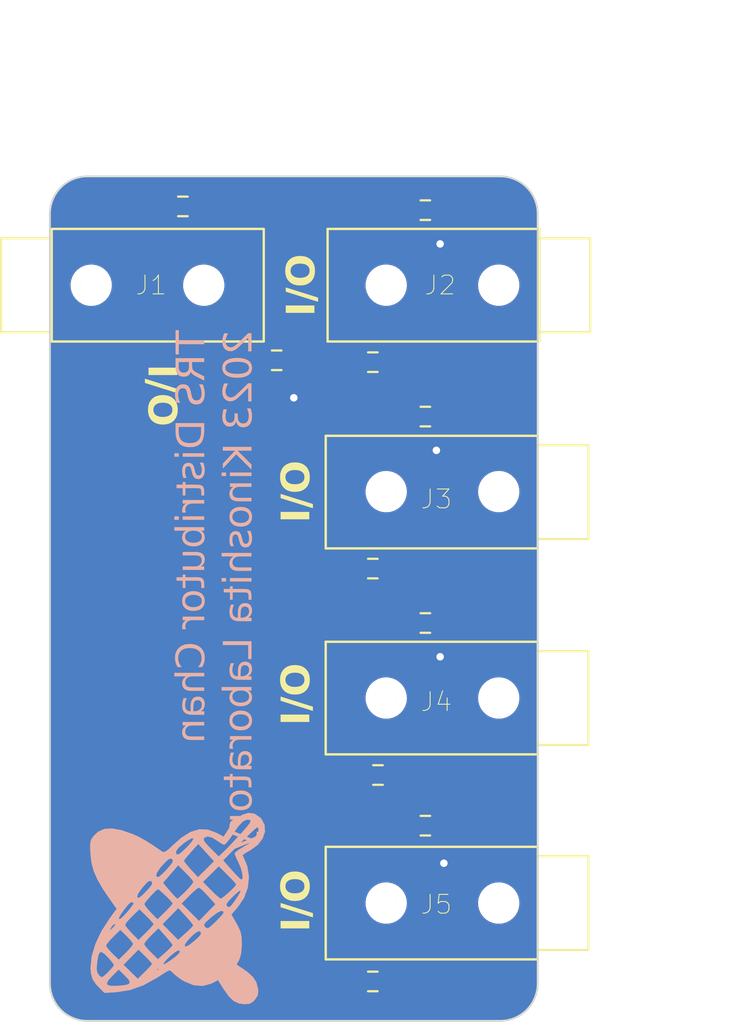
<source format=kicad_pcb>
(kicad_pcb (version 20221018) (generator pcbnew)
  (title_block (title "TRS Distributor Chan") (date "2024-01-23") (rev "20240123") (company "Kinoshtia Laboratory") (comment 1 "Drawn by: Kaz Saita"))
  (layers (0 "F.Cu" signal) (31 "B.Cu" signal) (34 "B.Paste" user) (35 "F.Paste" user) (36 "B.SilkS" user "B.Silkscreen") (37 "F.SilkS" user "F.Silkscreen") (38 "B.Mask" user) (39 "F.Mask" user) (44 "Edge.Cuts" user))
  (net 0 "")
  (net 1 "R")
  (net 2 "S")
  (net 3 "T")
  (net 4 "Net-(J1-PadR)")
  (net 5 "Net-(J1-PadT)")
  (net 6 "Net-(J2-PadR)")
  (net 7 "Net-(J2-PadT)")
  (net 8 "Net-(J3-PadR)")
  (net 9 "Net-(J3-PadT)")
  (net 10 "Net-(J4-PadR)")
  (net 11 "Net-(J4-PadT)")
  (net 12 "Net-(J5-PadR)")
  (net 13 "Net-(J5-PadT)")
  (footprint "Resistor_SMD:R_0603_1608Metric_Pad0.98x0.95mm_HandSolder" (layer "F.Cu") (at 47.0125 57.8 180)
    (fp_text reference "R7" hide)
    (fp_text value "100")
    (fp_line (start -0.254724 -0.5225) (end 0.254724 -0.5225) (stroke (width 0.12)) (layer "F.SilkS"))
    (fp_line (start -0.254724 0.5225) (end 0.254724 0.5225) (stroke (width 0.12)) (layer "F.SilkS"))
    (pad "1" smd roundrect (at -0.9125 0 180) (size 0.975 0.95) (layers "F.Cu" "F.Paste" "F.Mask") (net 3 "T"))
    (pad "2" smd roundrect (at 0.9125 0 180) (size 0.975 0.95) (layers "F.Cu" "F.Paste" "F.Mask") (net 11 "Net-(J4-PadT)"))
  )
  (footprint "trs-distributor-chan:AudioJack_3.5mm_TRS_SMD_C18594" (layer "F.Cu") (at 44.00175 39.8 180)
    (fp_text reference "J2" (at -3.79825 0 180) (layer "F.SilkS") (effects (font (size 1.00183 1.00183) (thickness 0.05))))
    (fp_text value "AudioJack3" hide)
    (fp_line (start -11.8 -2.5) (end -11.8 2.5) (stroke (width 0.12)) (layer "F.SilkS"))
    (fp_line (start -11.8 2.5) (end -9.1 2.5) (stroke (width 0.12)) (layer "F.SilkS"))
    (fp_line (start -9.1 -3) (end -9.1 3) (stroke (width 0.12)) (layer "F.SilkS"))
    (fp_line (start -9.1 -2.5) (end -11.8 -2.5) (stroke (width 0.12)) (layer "F.SilkS"))
    (fp_line (start 2.2 -3) (end -9.1 -3) (stroke (width 0.127)) (layer "F.SilkS"))
    (fp_line (start 2.2 -3) (end 2.2 3) (stroke (width 0.127)) (layer "F.SilkS"))
    (fp_line (start 2.2 3) (end -9.1 3) (stroke (width 0.127)) (layer "F.SilkS"))
    (pad "" np_thru_hole circle (at -7 0 180) (size 1.2 1.2) (drill 1.7) (layers "F&B.Cu" "*.Mask" "F.SilkS"))
    (pad "" np_thru_hole circle (at -1 0 180) (size 1.2 1.2) (drill 1.7) (layers "F&B.Cu" "*.Mask" "F.SilkS"))
    (pad "R" smd rect (at -5 -3.6 180) (size 1.5 2.5) (layers "F.Cu" "F.Paste" "F.Mask") (net 6 "Net-(J2-PadR)"))
    (pad "S" smd rect (at -7 3.2 180) (size 1.5 3) (layers "F.Cu" "F.Paste" "F.Mask") (net 2 "S"))
    (pad "T" smd rect (at 0 3.2 180) (size 1.5 3) (layers "F.Cu" "F.Paste" "F.Mask") (net 7 "Net-(J2-PadT)"))
  )
  (footprint "trs-distributor-chan:AudioJack_3.5mm_TRS_SMD_C18594" (layer "F.Cu") (at 43.9 61.8 180)
    (fp_text reference "J4" (at -3.7 -0.2 180) (layer "F.SilkS") (effects (font (size 1.00183 1.00183) (thickness 0.05))))
    (fp_text value "AudioJack3" hide)
    (fp_line (start -11.8 -2.5) (end -11.8 2.5) (stroke (width 0.12)) (layer "F.SilkS"))
    (fp_line (start -11.8 2.5) (end -9.1 2.5) (stroke (width 0.12)) (layer "F.SilkS"))
    (fp_line (start -9.1 -3) (end -9.1 3) (stroke (width 0.12)) (layer "F.SilkS"))
    (fp_line (start -9.1 -2.5) (end -11.8 -2.5) (stroke (width 0.12)) (layer "F.SilkS"))
    (fp_line (start 2.2 -3) (end -9.1 -3) (stroke (width 0.127)) (layer "F.SilkS"))
    (fp_line (start 2.2 -3) (end 2.2 3) (stroke (width 0.127)) (layer "F.SilkS"))
    (fp_line (start 2.2 3) (end -9.1 3) (stroke (width 0.127)) (layer "F.SilkS"))
    (pad "" np_thru_hole circle (at -7 0 180) (size 1.2 1.2) (drill 1.7) (layers "F&B.Cu" "*.Mask" "F.SilkS"))
    (pad "" np_thru_hole circle (at -1 0 180) (size 1.2 1.2) (drill 1.7) (layers "F&B.Cu" "*.Mask" "F.SilkS"))
    (pad "R" smd rect (at -5 -3.6 180) (size 1.5 2.5) (layers "F.Cu" "F.Paste" "F.Mask") (net 10 "Net-(J4-PadR)"))
    (pad "S" smd rect (at -7 3.2 180) (size 1.5 3) (layers "F.Cu" "F.Paste" "F.Mask") (net 2 "S"))
    (pad "T" smd rect (at 0 3.2 180) (size 1.5 3) (layers "F.Cu" "F.Paste" "F.Mask") (net 11 "Net-(J4-PadT)"))
  )
  (footprint "Resistor_SMD:R_0603_1608Metric_Pad0.98x0.95mm_HandSolder" (layer "F.Cu") (at 47.0125 46.8 180)
    (fp_text reference "R5" hide)
    (fp_text value "100")
    (fp_line (start -0.254724 -0.5225) (end 0.254724 -0.5225) (stroke (width 0.12)) (layer "F.SilkS"))
    (fp_line (start -0.254724 0.5225) (end 0.254724 0.5225) (stroke (width 0.12)) (layer "F.SilkS"))
    (pad "1" smd roundrect (at -0.9125 0 180) (size 0.975 0.95) (layers "F.Cu" "F.Paste" "F.Mask") (net 3 "T"))
    (pad "2" smd roundrect (at 0.9125 0 180) (size 0.975 0.95) (layers "F.Cu" "F.Paste" "F.Mask") (net 9 "Net-(J3-PadT)"))
  )
  (footprint "Resistor_SMD:R_0603_1608Metric_Pad0.98x0.95mm_HandSolder" (layer "F.Cu") (at 34.0875 35.6)
    (fp_text reference "R2" hide)
    (fp_text value "100")
    (fp_line (start -0.254724 -0.5225) (end 0.254724 -0.5225) (stroke (width 0.12)) (layer "F.SilkS"))
    (fp_line (start -0.254724 0.5225) (end 0.254724 0.5225) (stroke (width 0.12)) (layer "F.SilkS"))
    (pad "1" smd roundrect (at -0.9125 0) (size 0.975 0.95) (layers "F.Cu" "F.Paste" "F.Mask") (net 4 "Net-(J1-PadR)"))
    (pad "2" smd roundrect (at 0.9125 0) (size 0.975 0.95) (layers "F.Cu" "F.Paste" "F.Mask") (net 1 "R"))
  )
  (footprint "trs-distributor-chan:AudioJack_3.5mm_TRS_SMD_C18594" (layer "F.Cu") (at 43.90175 72.725 180)
    (fp_text reference "J5" (at -3.69825 -0.075 180) (layer "F.SilkS") (effects (font (size 1.00183 1.00183) (thickness 0.05))))
    (fp_text value "AudioJack3" hide)
    (fp_line (start -11.8 -2.5) (end -11.8 2.5) (stroke (width 0.12)) (layer "F.SilkS"))
    (fp_line (start -11.8 2.5) (end -9.1 2.5) (stroke (width 0.12)) (layer "F.SilkS"))
    (fp_line (start -9.1 -3) (end -9.1 3) (stroke (width 0.12)) (layer "F.SilkS"))
    (fp_line (start -9.1 -2.5) (end -11.8 -2.5) (stroke (width 0.12)) (layer "F.SilkS"))
    (fp_line (start 2.2 -3) (end -9.1 -3) (stroke (width 0.127)) (layer "F.SilkS"))
    (fp_line (start 2.2 -3) (end 2.2 3) (stroke (width 0.127)) (layer "F.SilkS"))
    (fp_line (start 2.2 3) (end -9.1 3) (stroke (width 0.127)) (layer "F.SilkS"))
    (pad "" np_thru_hole circle (at -7 0 180) (size 1.2 1.2) (drill 1.7) (layers "F&B.Cu" "*.Mask" "F.SilkS"))
    (pad "" np_thru_hole circle (at -1 0 180) (size 1.2 1.2) (drill 1.7) (layers "F&B.Cu" "*.Mask" "F.SilkS"))
    (pad "R" smd rect (at -5 -3.6 180) (size 1.5 2.5) (layers "F.Cu" "F.Paste" "F.Mask") (net 12 "Net-(J5-PadR)"))
    (pad "S" smd rect (at -7 3.2 180) (size 1.5 3) (layers "F.Cu" "F.Paste" "F.Mask") (net 2 "S"))
    (pad "T" smd rect (at 0 3.2 180) (size 1.5 3) (layers "F.Cu" "F.Paste" "F.Mask") (net 13 "Net-(J5-PadT)"))
  )
  (footprint "trs-distributor-chan:AudioJack_3.5mm_TRS_SMD_C18594" (layer "F.Cu") (at 43.90175 50.825 180)
    (fp_text reference "J3" (at -3.69825 -0.375 180) (layer "F.SilkS") (effects (font (size 1.00183 1.00183) (thickness 0.05))))
    (fp_text value "AudioJack3" hide)
    (fp_line (start -11.8 -2.5) (end -11.8 2.5) (stroke (width 0.12)) (layer "F.SilkS"))
    (fp_line (start -11.8 2.5) (end -9.1 2.5) (stroke (width 0.12)) (layer "F.SilkS"))
    (fp_line (start -9.1 -3) (end -9.1 3) (stroke (width 0.12)) (layer "F.SilkS"))
    (fp_line (start -9.1 -2.5) (end -11.8 -2.5) (stroke (width 0.12)) (layer "F.SilkS"))
    (fp_line (start 2.2 -3) (end -9.1 -3) (stroke (width 0.127)) (layer "F.SilkS"))
    (fp_line (start 2.2 -3) (end 2.2 3) (stroke (width 0.127)) (layer "F.SilkS"))
    (fp_line (start 2.2 3) (end -9.1 3) (stroke (width 0.127)) (layer "F.SilkS"))
    (pad "" np_thru_hole circle (at -7 0 180) (size 1.2 1.2) (drill 1.7) (layers "F&B.Cu" "*.Mask" "F.SilkS"))
    (pad "" np_thru_hole circle (at -1 0 180) (size 1.2 1.2) (drill 1.7) (layers "F&B.Cu" "*.Mask" "F.SilkS"))
    (pad "R" smd rect (at -5 -3.6 180) (size 1.5 2.5) (layers "F.Cu" "F.Paste" "F.Mask") (net 8 "Net-(J3-PadR)"))
    (pad "S" smd rect (at -7 3.2 180) (size 1.5 3) (layers "F.Cu" "F.Paste" "F.Mask") (net 2 "S"))
    (pad "T" smd rect (at 0 3.2 180) (size 1.5 3) (layers "F.Cu" "F.Paste" "F.Mask") (net 9 "Net-(J3-PadT)"))
  )
  (footprint "Resistor_SMD:R_0603_1608Metric_Pad0.98x0.95mm_HandSolder" (layer "F.Cu") (at 44.2125 76.9)
    (fp_text reference "R10" hide)
    (fp_text value "100")
    (fp_line (start -0.254724 -0.5225) (end 0.254724 -0.5225) (stroke (width 0.12)) (layer "F.SilkS"))
    (fp_line (start -0.254724 0.5225) (end 0.254724 0.5225) (stroke (width 0.12)) (layer "F.SilkS"))
    (pad "1" smd roundrect (at -0.9125 0) (size 0.975 0.95) (layers "F.Cu" "F.Paste" "F.Mask") (net 1 "R"))
    (pad "2" smd roundrect (at 0.9125 0) (size 0.975 0.95) (layers "F.Cu" "F.Paste" "F.Mask") (net 12 "Net-(J5-PadR)"))
  )
  (footprint "Resistor_SMD:R_0603_1608Metric_Pad0.98x0.95mm_HandSolder" (layer "F.Cu") (at 44.2125 54.9)
    (fp_text reference "R6" hide)
    (fp_text value "100")
    (fp_line (start -0.254724 -0.5225) (end 0.254724 -0.5225) (stroke (width 0.12)) (layer "F.SilkS"))
    (fp_line (start -0.254724 0.5225) (end 0.254724 0.5225) (stroke (width 0.12)) (layer "F.SilkS"))
    (pad "1" smd roundrect (at -0.9125 0) (size 0.975 0.95) (layers "F.Cu" "F.Paste" "F.Mask") (net 1 "R"))
    (pad "2" smd roundrect (at 0.9125 0) (size 0.975 0.95) (layers "F.Cu" "F.Paste" "F.Mask") (net 8 "Net-(J3-PadR)"))
  )
  (footprint "Resistor_SMD:R_0603_1608Metric_Pad0.98x0.95mm_HandSolder" (layer "F.Cu") (at 47.0125 68.6 180)
    (fp_text reference "R9" hide)
    (fp_text value "100")
    (fp_line (start -0.254724 -0.5225) (end 0.254724 -0.5225) (stroke (width 0.12)) (layer "F.SilkS"))
    (fp_line (start -0.254724 0.5225) (end 0.254724 0.5225) (stroke (width 0.12)) (layer "F.SilkS"))
    (pad "1" smd roundrect (at -0.9125 0 180) (size 0.975 0.95) (layers "F.Cu" "F.Paste" "F.Mask") (net 3 "T"))
    (pad "2" smd roundrect (at 0.9125 0 180) (size 0.975 0.95) (layers "F.Cu" "F.Paste" "F.Mask") (net 13 "Net-(J5-PadT)"))
  )
  (footprint "Resistor_SMD:R_0603_1608Metric_Pad0.98x0.95mm_HandSolder" (layer "F.Cu") (at 44.4875 65.9)
    (fp_text reference "R8" hide)
    (fp_text value "100")
    (fp_line (start -0.254724 -0.5225) (end 0.254724 -0.5225) (stroke (width 0.12)) (layer "F.SilkS"))
    (fp_line (start -0.254724 0.5225) (end 0.254724 0.5225) (stroke (width 0.12)) (layer "F.SilkS"))
    (pad "1" smd roundrect (at -0.9125 0) (size 0.975 0.95) (layers "F.Cu" "F.Paste" "F.Mask") (net 1 "R"))
    (pad "2" smd roundrect (at 0.9125 0) (size 0.975 0.95) (layers "F.Cu" "F.Paste" "F.Mask") (net 10 "Net-(J4-PadR)"))
  )
  (footprint "Resistor_SMD:R_0603_1608Metric_Pad0.98x0.95mm_HandSolder" (layer "F.Cu") (at 47.0125 35.8 180)
    (fp_text reference "R3" hide)
    (fp_text value "100")
    (fp_line (start -0.254724 -0.5225) (end 0.254724 -0.5225) (stroke (width 0.12)) (layer "F.SilkS"))
    (fp_line (start -0.254724 0.5225) (end 0.254724 0.5225) (stroke (width 0.12)) (layer "F.SilkS"))
    (pad "1" smd roundrect (at -0.9125 0 180) (size 0.975 0.95) (layers "F.Cu" "F.Paste" "F.Mask") (net 3 "T"))
    (pad "2" smd roundrect (at 0.9125 0 180) (size 0.975 0.95) (layers "F.Cu" "F.Paste" "F.Mask") (net 7 "Net-(J2-PadT)"))
  )
  (footprint "Resistor_SMD:R_0603_1608Metric_Pad0.98x0.95mm_HandSolder" (layer "F.Cu") (at 39.0875 43.8)
    (fp_text reference "R1" hide)
    (fp_text value "100")
    (fp_line (start -0.254724 -0.5225) (end 0.254724 -0.5225) (stroke (width 0.12)) (layer "F.SilkS"))
    (fp_line (start -0.254724 0.5225) (end 0.254724 0.5225) (stroke (width 0.12)) (layer "F.SilkS"))
    (pad "1" smd roundrect (at -0.9125 0) (size 0.975 0.95) (layers "F.Cu" "F.Paste" "F.Mask") (net 5 "Net-(J1-PadT)"))
    (pad "2" smd roundrect (at 0.9125 0) (size 0.975 0.95) (layers "F.Cu" "F.Paste" "F.Mask") (net 3 "T"))
  )
  (footprint "Resistor_SMD:R_0603_1608Metric_Pad0.98x0.95mm_HandSolder" (layer "F.Cu") (at 44.2125 43.9)
    (fp_text reference "R4" hide)
    (fp_text value "100")
    (fp_line (start -0.254724 -0.5225) (end 0.254724 -0.5225) (stroke (width 0.12)) (layer "F.SilkS"))
    (fp_line (start -0.254724 0.5225) (end 0.254724 0.5225) (stroke (width 0.12)) (layer "F.SilkS"))
    (pad "1" smd roundrect (at -0.9125 0) (size 0.975 0.95) (layers "F.Cu" "F.Paste" "F.Mask") (net 1 "R"))
    (pad "2" smd roundrect (at 0.9125 0) (size 0.975 0.95) (layers "F.Cu" "F.Paste" "F.Mask") (net 6 "Net-(J2-PadR)"))
  )
  (footprint "trs-distributor-chan:AudioJack_3.5mm_TRS_SMD_C18594" (layer "F.Cu") (at 36.19825 39.8)
    (fp_text reference "J1" (at -3.79825 0) (layer "F.SilkS") (effects (font (size 1.00183 1.00183) (thickness 0.05))))
    (fp_text value "AudioJack3" hide)
    (fp_line (start -11.8 -2.5) (end -11.8 2.5) (stroke (width 0.12)) (layer "F.SilkS"))
    (fp_line (start -11.8 2.5) (end -9.1 2.5) (stroke (width 0.12)) (layer "F.SilkS"))
    (fp_line (start -9.1 -3) (end -9.1 3) (stroke (width 0.12)) (layer "F.SilkS"))
    (fp_line (start -9.1 -2.5) (end -11.8 -2.5) (stroke (width 0.12)) (layer "F.SilkS"))
    (fp_line (start 2.2 -3) (end -9.1 -3) (stroke (width 0.127)) (layer "F.SilkS"))
    (fp_line (start 2.2 -3) (end 2.2 3) (stroke (width 0.127)) (layer "F.SilkS"))
    (fp_line (start 2.2 3) (end -9.1 3) (stroke (width 0.127)) (layer "F.SilkS"))
    (pad "" np_thru_hole circle (at -7 0) (size 1.2 1.2) (drill 1.7) (layers "F&B.Cu" "*.Mask" "F.SilkS"))
    (pad "" np_thru_hole circle (at -1 0) (size 1.2 1.2) (drill 1.7) (layers "F&B.Cu" "*.Mask" "F.SilkS"))
    (pad "R" smd rect (at -5 -3.6) (size 1.5 2.5) (layers "F.Cu" "F.Paste" "F.Mask") (net 4 "Net-(J1-PadR)"))
    (pad "S" smd rect (at -7 3.2) (size 1.5 3) (layers "F.Cu" "F.Paste" "F.Mask") (net 2 "S"))
    (pad "T" smd rect (at 0 3.2) (size 1.5 3) (layers "F.Cu" "F.Paste" "F.Mask") (net 5 "Net-(J1-PadT)"))
  )
  (footprint "my_footprint:kinoshita-logo_simplified_300dpi" (layer "B.Cu") (at 33.8 73 -90)
    (fp_text reference "G***" hide)
    (fp_text value "LOGO" hide)
    (fp_poly (pts (xy -3.143721 4.650607) (xy -2.911092 4.639609) (xy -2.435653 4.585545) (xy -1.985254 4.465568) (xy -1.522837 4.26422) (xy -1.011342 3.966043) (xy -0.555602 3.657106) (xy 0.031797 3.241092) (xy 0.201881 3.366301) (xy 0.846666 3.366301) (xy 0.869491 3.30737) (xy 0.953349 3.363126) (xy 1.066377 3.483327) (xy 1.173643 3.607873) (xy 1.161328 3.621231) (xy 1.037166 3.547627) (xy 0.894926 3.438604) (xy 0.846666 3.366301) (xy 0.201881 3.366301) (xy 0.53026 3.608039) (xy 1.212809 4.048715) (xy 2.329494 4.048715) (xy 2.434077 3.886973) (xy 2.600221 3.720148) (xy 2.804943 3.53932) (xy 2.963853 3.418214) (xy 3.027538 3.386667) (xy 3.121894 3.442666) (xy 3.287919 3.586396) (xy 3.414136 3.710112) (xy 3.593807 3.899593) (xy 3.66844 4.012951) (xy 3.65166 4.094864) (xy 3.559752 4.187604) (xy 3.429029 4.275194) (xy 3.259574 4.308149) (xy 2.995438 4.294706) (xy 2.902406 4.284399) (xy 2.554422 4.230182) (xy 2.366531 4.157369) (xy 2.329494 4.048715) (xy 1.212809 4.048715) (xy 1.217894 4.051998) (xy 1.904297 4.376698) (xy 2.566032 4.574101) (xy 3.179663 4.636169) (xy 3.462717 4.613703) (xy 3.769113 4.529334) (xy 4.038463 4.353845) (xy 4.177315 4.224606) (xy 4.508989 3.892932) (xy 4.468642 3.237633) (xy 4.355135 2.523383) (xy 4.09777 1.80877) (xy 3.68795 1.070656) (xy 3.631964 0.985185) (xy 3.468332 0.730776) (xy 3.350276 0.531581) (xy 3.302135 0.428793) (xy 3.301999 0.426808) (xy 3.358549 0.330868) (xy 3.481153 0.203622) (xy 3.624403 0.039032) (xy 3.798282 -0.208878) (xy 3.903692 -0.381) (xy 4.100244 -0.865248) (xy 4.138091 -1.344966) (xy 4.016042 -1.798224) (xy 3.984129 -1.86209) (xy 3.826689 -2.157847) (xy 4.320605 -2.470142) (xy 4.703207 -2.743759) (xy 4.946636 -3.004795) (xy 5.074768 -3.286367) (xy 5.110852 -3.566148) (xy 5.09038 -3.827636) (xy 4.986606 -4.014466) (xy 4.872989 -4.123804) (xy 4.657356 -4.269283) (xy 4.432534 -4.304741) (xy 4.299477 -4.292387) (xy 3.954793 -4.204886) (xy 3.667601 -4.026241) (xy 3.395777 -3.726327) (xy 3.280672 -3.563816) (xy 3.001999 -3.150009) (xy 2.749832 -3.287581) (xy 2.452979 -3.382723) (xy 2.019779 -3.425208) (xy 1.905 -3.427076) (xy 1.552499 -3.416595) (xy 1.287183 -3.368578) (xy 1.027737 -3.262283) (xy 0.82102 -3.150581) (xy 0.329706 -2.872162) (xy -0.05151 -3.207722) (xy -0.543421 -3.542244) (xy -1.090059 -3.744712) (xy -1.655584 -3.808669) (xy -2.204158 -3.727654) (xy -2.443413 -3.638807) (xy -2.66386 -3.540931) (xy -2.808855 -3.480614) (xy -2.837498 -3.471333) (xy -2.888639 -3.538763) (xy -2.996753 -3.714293) (xy -3.118138 -3.924293) (xy -3.395589 -4.293797) (xy -3.726477 -4.541809) (xy -4.082551 -4.660337) (xy -4.435559 -4.641392) (xy -4.757247 -4.476983) (xy -4.832513 -4.409179) (xy -4.93747 -4.252987) (xy -4.318 -4.252987) (xy -4.252541 -4.31745) (xy -4.093967 -4.314533) (xy -3.898982 -4.255775) (xy -3.724291 -4.152713) (xy -3.695247 -4.126276) (xy -3.546468 -3.944526) (xy -3.368204 -3.681471) (xy -3.254595 -3.491362) (xy -3.109265 -3.255866) (xy -2.985159 -3.095244) (xy -2.921 -3.04844) (xy -2.803211 -3.084475) (xy -2.590576 -3.176853) (xy -2.419818 -3.260021) (xy -2.138259 -3.378564) (xy -1.868768 -3.452098) (xy -1.65359 -3.473762) (xy -1.534971 -3.436694) (xy -1.524 -3.405501) (xy -1.581969 -3.324625) (xy -0.931334 -3.324625) (xy -0.916822 -3.360136) (xy -0.855294 -3.345975) (xy -0.719757 -3.268169) (xy -0.48322 -3.112747) (xy -0.355384 -3.026462) (xy -0.14483 -2.871383) (xy -0.060111 -2.765355) (xy -0.078507 -2.676156) (xy -0.093993 -2.655763) (xy -0.168732 -2.603225) (xy -0.269084 -2.633184) (xy -0.428708 -2.762566) (xy -0.56411 -2.892187) (xy -0.758593 -3.094064) (xy -0.891723 -3.253304) (xy -0.931334 -3.324625) (xy -1.581969 -3.324625) (xy -1.583368 -3.322674) (xy -1.741137 -3.16078) (xy -1.966805 -2.950559) (xy -2.039813 -2.885633) (xy -2.555625 -2.431596) (xy -3.436813 -3.309785) (xy -3.747635 -3.62375) (xy -4.01038 -3.897158) (xy -4.203843 -4.107314) (xy -4.306819 -4.231519) (xy -4.318 -4.252987) (xy -4.93747 -4.252987) (xy -5.036088 -4.10623) (xy -5.080053 -3.776809) (xy -5.054837 -3.699113) (xy -4.7261 -3.699113) (xy -4.709667 -3.855066) (xy -4.662433 -3.899284) (xy -4.566167 -3.868953) (xy -4.400254 -3.750932) (xy -4.144075 -3.532081) (xy -3.999917 -3.402693) (xy -3.686806 -3.115251) (xy -3.386571 -2.832776) (xy -3.143756 -2.597475) (xy -3.050811 -2.503446) (xy -2.761033 -2.201628) (xy -2.237592 -2.201628) (xy -1.777855 -2.667147) (xy -1.553 -2.888043) (xy -1.373118 -3.052212) (xy -1.270975 -3.130056) (xy -1.262509 -3.132667) (xy -1.180151 -3.075162) (xy -1.022248 -2.925721) (xy -0.85745 -2.753558) (xy -0.672555 -2.542559) (xy -0.545883 -2.378092) (xy -0.514506 -2.318517) (xy 0.138102 -2.318517) (xy 0.160595 -2.43439) (xy 0.241012 -2.455333) (xy 0.326857 -2.399234) (xy 0.494187 -2.251757) (xy 0.707692 -2.044131) (xy 0.719745 -2.03192) (xy 0.935098 -1.806327) (xy 1.044789 -1.663192) (xy 1.066132 -1.568566) (xy 1.016443 -1.4885) (xy 1.003618 -1.475333) (xy 0.924884 -1.418079) (xy 0.839831 -1.430793) (xy 0.717765 -1.532764) (xy 0.52799 -1.743284) (xy 0.470339 -1.810488) (xy 0.24226 -2.107989) (xy 0.138102 -2.318517) (xy -0.514506 -2.318517) (xy -0.508 -2.306166) (xy -0.564212 -2.217618) (xy -0.71261 -2.046818) (xy -0.922839 -1.828377) (xy -0.955427 -1.796014) (xy -1.402853 -1.354145) (xy -1.820222 -1.777887) (xy -2.237592 -2.201628) (xy -2.761033 -2.201628) (xy -2.757288 -2.197728) (xy -3.193627 -1.761389) (xy -3.428706 -1.536124) (xy -3.582794 -1.419992) (xy -3.686704 -1.394949) (xy -3.757727 -1.431084) (xy -3.832038 -1.595426) (xy -3.770796 -1.840049) (xy -3.578173 -2.149577) (xy -3.554308 -2.180382) (xy -3.436429 -2.359881) (xy -3.386674 -2.49451) (xy -3.386667 -2.495471) (xy -3.453885 -2.584888) (xy -3.632579 -2.732638) (xy -3.888312 -2.911129) (xy -3.97359 -2.96572) (xy -4.37536 -3.245209) (xy -4.623381 -3.486271) (xy -4.7261 -3.699113) (xy -5.054837 -3.699113) (xy -4.969169 -3.435164) (xy -4.708187 -3.09554) (xy -4.301866 -2.772186) (xy -4.281654 -2.759149) (xy -3.812721 -2.459177) (xy -4.023027 -2.063645) (xy -4.191381 -1.607154) (xy -4.204895 -1.15197) (xy -4.190751 -1.106426) (xy -3.429 -1.106426) (xy -2.966248 -1.528785) (xy -2.503495 -1.951145) (xy -2.077248 -1.520463) (xy -1.700522 -1.139817) (xy -1.100698 -1.139817) (xy -1.041573 -1.236089) (xy -0.886165 -1.405836) (xy -0.667471 -1.61317) (xy -0.656198 -1.623229) (xy -0.211667 -2.018792) (xy 0.233825 -1.582808) (xy 0.668732 -1.157184) (xy 1.216116 -1.157184) (xy 1.221915 -1.176028) (xy 1.299811 -1.254151) (xy 1.401052 -1.237295) (xy 1.551052 -1.111204) (xy 1.768656 -0.869311) (xy 1.970831 -0.604157) (xy 2.043274 -0.434792) (xy 2.027684 -0.385151) (xy 1.930665 -0.394414) (xy 1.768051 -0.500809) (xy 1.577565 -0.66731) (xy 1.396931 -0.856891) (xy 1.263873 -1.032525) (xy 1.216116 -1.157184) (xy 0.668732 -1.157184) (xy 0.679317 -1.146825) (xy -0.251721 -0.215787) (xy -0.676194 -0.633877) (xy -0.887091 -0.853286) (xy -1.039051 -1.033665) (xy -1.100561 -1.137455) (xy -1.100698 -1.139817) (xy -1.700522 -1.139817) (xy -1.651 -1.08978) (xy -2.061358 -0.714223) (xy -2.278606 -0.522996) (xy -2.446875 -0.388864) (xy -2.527025 -0.34192) (xy -2.613467 -0.396144) (xy -2.786563 -0.535065) (xy -3.005667 -0.725799) (xy -3.429 -1.106426) (xy -4.190751 -1.106426) (xy -4.107564 -0.838564) (xy -3.735832 -0.838564) (xy -3.655148 -0.832146) (xy -3.484337 -0.71287) (xy -3.233768 -0.482526) (xy -3.188708 -0.43725) (xy -2.97602 -0.2103) (xy -2.874229 -0.065604) (xy -2.871686 -0.034236) (xy -2.288247 -0.034236) (xy -1.88814 -0.440451) (xy -1.673649 -0.64625) (xy -1.498841 -0.792388) (xy -1.403092 -0.846667) (xy -1.303614 -0.791132) (xy -1.125425 -0.64573) (xy -0.913075 -0.447683) (xy -0.708374 -0.238686) (xy -0.562733 -0.075916) (xy -0.539942 -0.042333) (xy -0.01119 -0.042333) (xy 0.423644 -0.4445) (xy 0.646988 -0.64286) (xy 0.822655 -0.78376) (xy 0.914278 -0.838136) (xy 0.916072 -0.838052) (xy 0.998372 -0.775051) (xy 1.155715 -0.619384) (xy 1.33095 -0.430191) (xy 1.643547 -0.08088) (xy 2.241326 -0.08088) (xy 2.308265 -0.131219) (xy 2.406202 -0.085069) (xy 2.553818 0.073389) (xy 2.769793 0.35998) (xy 2.782162 0.377177) (xy 2.919659 0.584627) (xy 2.990279 0.724342) (xy 2.986222 0.762) (xy 2.87386 0.703759) (xy 2.708103 0.556776) (xy 2.525724 0.362657) (xy 2.363493 0.163012) (xy 2.258182 -0.000551) (xy 2.241326 -0.08088) (xy 1.643547 -0.08088) (xy 1.688234 -0.030945) (xy 1.26745 0.383511) (xy 0.846666 0.797968) (xy 0.417738 0.377817) (xy -0.01119 -0.042333) (xy -0.539942 -0.042333) (xy -0.508 0.004731) (xy -0.56786 0.082513) (xy -0.724374 0.233746) (xy -0.93124 0.415041) (xy -1.354479 0.771921) (xy -1.821363 0.368843) (xy -2.288247 -0.034236) (xy -2.871686 -0.034236) (xy -2.866794 0.026094) (xy -2.902367 0.069202) (xy -3.039373 0.080535) (xy -3.230976 -0.057895) (xy -3.468496 -0.338783) (xy -3.585349 -0.505672) (xy -3.716022 -0.730335) (xy -3.735832 -0.838564) (xy -4.107564 -0.838564) (xy -4.060809 -0.688013) (xy -3.756361 -0.205205) (xy -3.404891 0.191869) (xy -3.275914 0.329741) (xy -2.644174 0.329741) (xy -2.617995 0.288294) (xy -2.545837 0.240323) (xy -2.442804 0.268516) (xy -2.27803 0.388802) (xy -2.072405 0.569863) (xy -1.855588 0.780293) (xy -1.70325 0.953799) (xy -1.654371 1.040592) (xy -1.016 1.040592) (xy -0.960908 0.952615) (xy -0.822664 0.791738) (xy -0.641823 0.599842) (xy -0.458937 0.418809) (xy -0.31456 0.290518) (xy -0.254356 0.254) (xy -0.17459 0.309839) (xy -0.012831 0.456165) (xy 0.193998 0.659395) (xy 0.544105 1.014848) (xy 1.064279 1.014848) (xy 1.484639 0.638218) (xy 1.705875 0.446499) (xy 1.877712 0.309559) (xy 1.961304 0.257794) (xy 2.042344 0.314483) (xy 2.197212 0.465904) (xy 2.366274 0.650105) (xy 2.71494 1.046211) (xy 2.703044 1.058333) (xy 3.217333 1.058333) (xy 3.259666 1.016) (xy 3.302 1.058333) (xy 3.259666 1.100667) (xy 3.217333 1.058333) (xy 2.703044 1.058333) (xy 2.355841 1.412105) (xy 2.150712 1.606703) (xy 1.983762 1.739409) (xy 1.905 1.778) (xy 1.801688 1.721524) (xy 1.624135 1.574434) (xy 1.438767 1.396424) (xy 1.064279 1.014848) (xy 0.544105 1.014848) (xy 0.593297 1.064791) (xy 0.220023 1.431132) (xy 0.01196 1.618609) (xy -0.155277 1.73923) (xy -0.235715 1.76657) (xy -0.349577 1.691597) (xy -0.526152 1.544475) (xy -0.722356 1.365291) (xy -0.895103 1.194132) (xy -1.001306 1.071084) (xy -1.016 1.040592) (xy -1.654371 1.040592) (xy -1.646307 1.054909) (xy -1.646687 1.058333) (xy -1.728612 1.141546) (xy -1.901475 1.094804) (xy -2.153706 0.922932) (xy -2.322123 0.776765) (xy -2.538012 0.565686) (xy -2.639046 0.427105) (xy -2.644174 0.329741) (xy -3.275914 0.329741) (xy -3.155675 0.458271) (xy -3.022388 0.639305) (xy -2.990342 0.757371) (xy -3.006963 0.798761) (xy -3.355077 1.307417) (xy -3.48395 1.512058) (xy -1.455943 1.512058) (xy -1.452734 1.418216) (xy -1.432446 1.388701) (xy -1.357541 1.339984) (xy -1.250969 1.373303) (xy -1.07988 1.504747) (xy -0.941556 1.629138) (xy -0.737172 1.830044) (xy -0.595596 1.993211) (xy -0.573954 2.032) (xy 0.04941 2.032) (xy 0.423333 1.651) (xy 0.624755 1.453088) (xy 0.77868 1.315336) (xy 0.846311 1.27) (xy 0.926077 1.325839) (xy 1.087836 1.472165) (xy 1.294665 1.675395) (xy 1.693895 2.080721) (xy 2.201355 2.080721) (xy 2.557639 1.717694) (xy 2.75431 1.525028) (xy 2.90319 1.39339) (xy 2.963333 1.354667) (xy 3.04378 1.410483) (xy 3.204444 1.555985) (xy 3.386666 1.735667) (xy 3.760589 2.116667) (xy 3.386356 2.497982) (xy 3.012123 2.879298) (xy 2.606739 2.480009) (xy 2.201355 2.080721) (xy 1.693895 2.080721) (xy 1.693964 2.080791) (xy 1.33061 2.437395) (xy 1.123714 2.627517) (xy 0.957723 2.756883) (xy 0.882256 2.794) (xy 0.782578 2.737631) (xy 0.607735 2.590816) (xy 0.423333 2.413) (xy 0.04941 2.032) (xy -0.573954 2.032) (xy -0.550334 2.074333) (xy -0.603774 2.155583) (xy -0.760614 2.109047) (xy -1.015629 1.936844) (xy -1.143183 1.833896) (xy -1.359402 1.640394) (xy -1.455943 1.512058) (xy -3.48395 1.512058) (xy -3.615544 1.721017) (xy -3.809162 2.074561) (xy -3.949302 2.384662) (xy -3.956749 2.406081) (xy -0.326597 2.406081) (xy -0.28338 2.343602) (xy -0.203197 2.370581) (xy -0.042735 2.481353) (xy 0.156994 2.641548) (xy 0.354977 2.816796) (xy 0.510202 2.972726) (xy 0.565735 3.048455) (xy 1.150523 3.048455) (xy 1.481444 2.709561) (xy 1.679119 2.52285) (xy 1.838875 2.399763) (xy 1.904554 2.370667) (xy 2.00815 2.427147) (xy 2.185852 2.574219) (xy 2.370443 2.751439) (xy 2.744143 3.132212) (xy 2.740993 3.135438) (xy 3.264928 3.135438) (xy 3.596857 2.795512) (xy 3.809408 2.600164) (xy 3.954279 2.536086) (xy 4.047088 2.613254) (xy 4.103452 2.841642) (xy 4.132638 3.137708) (xy 4.142355 3.503964) (xy 4.100919 3.71236) (xy 3.999494 3.768995) (xy 3.829243 3.679967) (xy 3.620636 3.491147) (xy 3.264928 3.135438) (xy 2.740993 3.135438) (xy 2.413222 3.471106) (xy 2.215547 3.657817) (xy 2.055791 3.780904) (xy 1.990112 3.81) (xy 1.886516 3.75352) (xy 1.708814 3.606448) (xy 1.524223 3.429228) (xy 1.150523 3.048455) (xy 0.565735 3.048455) (xy 0.578555 3.065937) (xy 0.568974 3.133155) (xy 0.446807 3.095169) (xy 0.226708 2.95851) (xy 0.054508 2.832455) (xy -0.189727 2.635234) (xy -0.310456 2.502233) (xy -0.326597 2.406081) (xy -3.956749 2.406081) (xy -4.159829 2.990125) (xy -4.251727 3.489304) (xy -4.224447 3.89729) (xy -4.07744 4.22917) (xy -3.874198 4.449231) (xy -3.729012 4.561259) (xy -3.591369 4.62574) (xy -3.412521 4.652311) (xy -3.143721 4.650607)) (stroke (width 0.01)) (fill solid) (layer "B.SilkS"))
  )
  (gr_arc (start 27 36) (mid 27.585786 34.585786) (end 29 34) (stroke (width 0.1)) (layer "Edge.Cuts"))
  (gr_arc (start 53 77) (mid 52.414214 78.414214) (end 51 79) (stroke (width 0.1)) (layer "Edge.Cuts"))
  (gr_arc (start 29 79) (mid 27.585786 78.414214) (end 27 77) (stroke (width 0.1)) (layer "Edge.Cuts"))
  (gr_line (start 51 79) (end 29 79) (stroke (width 0.1)) (layer "Edge.Cuts"))
  (gr_line (start 29 34) (end 51 34) (stroke (width 0.1)) (layer "Edge.Cuts"))
  (gr_arc (start 51 34) (mid 52.414214 34.585786) (end 53 36) (stroke (width 0.1)) (layer "Edge.Cuts"))
  (gr_line (start 27 77) (end 27 36) (stroke (width 0.1)) (layer "Edge.Cuts"))
  (gr_line (start 53 36) (end 53 77) (stroke (width 0.1)) (layer "Edge.Cuts"))
  (gr_text "TRS Distributor Chan\n2023 Kinoshita Laboratory" (at 38 42.2 90) (layer "B.SilkS") (effects (font (size 1.5 1.5)) (justify left bottom mirror)))
  (gr_text "I/O" (at 32 44 -90) (layer "F.SilkS") (effects (font (size 1.5 1.5) (thickness 0.3) bold) (justify left bottom)))
  (gr_text "I/O" (at 39.325 61.6 90) (layer "F.SilkS") (effects (font (size 1.5 1.5) (thickness 0.3) bold) (justify top)))
  (gr_text "I/O" (at 39.325 72.6 90) (layer "F.SilkS") (effects (font (size 1.5 1.5) (thickness 0.3) bold) (justify top)))
  (gr_text "I/O" (at 39.325 50.8 90) (layer "F.SilkS") (effects (font (size 1.5 1.5) (thickness 0.3) bold) (justify top)))
  (gr_text "I/O" (at 39.6 39.8 90) (layer "F.SilkS") (effects (font (size 1.5 1.5) (thickness 0.3) bold) (justify top)))
  (segment (start 41.6 75) (end 41.6 68.7) (width 0.5) (layer "F.Cu") (net 1))
  (segment (start 43.3 76.7) (end 41.6 75) (width 0.5) (layer "F.Cu") (net 1))
  (segment (start 43.575 65.9) (end 43.3 65.9) (width 0.5) (layer "F.Cu") (net 1))
  (segment (start 43.3 76.9) (end 43.3 76.7) (width 0.5) (layer "F.Cu") (net 1))
  (segment (start 43.3 54.9) (end 41.6 53.2) (width 0.5) (layer "F.Cu") (net 1))
  (segment (start 41.6 68.7) (end 43.575 66.725) (width 0.5) (layer "F.Cu") (net 1))
  (segment (start 41.6 64.2) (end 41.6 56.6) (width 0.5) (layer "F.Cu") (net 1))
  (segment (start 41.6 46.4) (end 43.3 44.7) (width 0.5) (layer "F.Cu") (net 1))
  (segment (start 43.575 66.725) (end 43.575 65.9) (width 0.5) (layer "F.Cu") (net 1))
  (segment (start 38.6 39.2) (end 35 35.6) (width 0.5) (layer "F.Cu") (net 1))
  (segment (start 41.6 53.2) (end 41.6 46.4) (width 0.5) (layer "F.Cu") (net 1))
  (segment (start 43.3 43.9) (end 42.6 43.9) (width 0.5) (layer "F.Cu") (net 1))
  (segment (start 43.3 44.7) (end 43.3 43.9) (width 0.5) (layer "F.Cu") (net 1))
  (segment (start 38.6 39.9) (end 38.6 39.2) (width 0.5) (layer "F.Cu") (net 1))
  (segment (start 42.6 43.9) (end 38.6 39.9) (width 0.5) (layer "F.Cu") (net 1))
  (segment (start 41.6 56.6) (end 43.3 54.9) (width 0.5) (layer "F.Cu") (net 1))
  (segment (start 43.3 65.9) (end 41.6 64.2) (width 0.5) (layer "F.Cu") (net 1))
  (segment (start 47.925 57.8) (end 47.925 59.475) (width 0.5) (layer "F.Cu") (net 3))
  (segment (start 47.925 46.8) (end 47.925 48.275) (width 0.5) (layer "F.Cu") (net 3))
  (segment (start 47.925 48.275) (end 47.6 48.6) (width 0.5) (layer "F.Cu") (net 3))
  (segment (start 47.925 37.475) (end 47.8 37.6) (width 0.5) (layer "F.Cu") (net 3))
  (segment (start 40 43.8) (end 40 45.8) (width 0.5) (layer "F.Cu") (net 3))
  (segment (start 47.925 70.525) (end 48 70.6) (width 0.5) (layer "F.Cu") (net 3))
  (segment (start 47.925 35.8) (end 47.925 37.475) (width 0.5) (layer "F.Cu") (net 3))
  (segment (start 47.925 68.6) (end 47.925 70.525) (width 0.5) (layer "F.Cu") (net 3))
  (segment (start 47.925 59.475) (end 47.8 59.6) (width 0.5) (layer "F.Cu") (net 3))
  (via (at 47.8 59.6) (size 0.8) (drill 0.4) (layers "F.Cu" "B.Cu") (net 3))
  (via (at 48 70.6) (size 0.8) (drill 0.4) (layers "F.Cu" "B.Cu") (net 3))
  (via (at 47.8 37.6) (size 0.8) (drill 0.4) (layers "F.Cu" "B.Cu") (net 3))
  (via (at 40 45.8) (size 0.8) (drill 0.4) (layers "F.Cu" "B.Cu") (net 3))
  (via (at 47.6 48.6) (size 0.8) (drill 0.4) (layers "F.Cu" "B.Cu") (net 3))
  (segment (start 31.8 35.6) (end 31.2 36.2) (width 0.5) (layer "F.Cu") (net 4))
  (segment (start 33.175 35.6) (end 31.8 35.6) (width 0.5) (layer "F.Cu") (net 4))
  (segment (start 38.175 43.8) (end 37 43.8) (width 0.5) (layer "F.Cu") (net 5))
  (segment (start 37 43.8) (end 36.2 43) (width 0.5) (layer "F.Cu") (net 5))
  (segment (start 48.425 43.9) (end 48.925 43.4) (width 0.5) (layer "F.Cu") (net 6))
  (segment (start 45.125 43.9) (end 48.425 43.9) (width 0.5) (layer "F.Cu") (net 6))
  (segment (start 45.3 36.6) (end 46.1 35.8) (width 0.5) (layer "F.Cu") (net 7))
  (segment (start 43.925 36.6) (end 45.3 36.6) (width 0.5) (layer "F.Cu") (net 7))
  (segment (start 45.125 54.9) (end 48.425 54.9) (width 0.5) (layer "F.Cu") (net 8))
  (segment (start 48.425 54.9) (end 48.925 54.4) (width 0.5) (layer "F.Cu") (net 8))
  (segment (start 43.925 47.6) (end 45.3 47.6) (width 0.5) (layer "F.Cu") (net 9))
  (segment (start 45.3 47.6) (end 46.1 46.8) (width 0.5) (layer "F.Cu") (net 9))
  (segment (start 48.425 65.9) (end 48.925 65.4) (width 0.5) (layer "F.Cu") (net 10))
  (segment (start 45.4 65.9) (end 48.425 65.9) (width 0.5) (layer "F.Cu") (net 10))
  (segment (start 45.3 58.6) (end 46.1 57.8) (width 0.5) (layer "F.Cu") (net 11))
  (segment (start 43.925 58.6) (end 45.3 58.6) (width 0.5) (layer "F.Cu") (net 11))
  (segment (start 48.35 76.9) (end 48.925 76.325) (width 0.5) (layer "F.Cu") (net 12))
  (segment (start 45.125 76.9) (end 48.35 76.9) (width 0.5) (layer "F.Cu") (net 12))
  (segment (start 43.925 69.525) (end 45.175 69.525) (width 0.5) (layer "F.Cu") (net 13))
  (segment (start 45.175 69.525) (end 46.1 68.6) (width 0.5) (layer "F.Cu") (net 13))
  (zone (net 2) (net_name "S") (layer "F.Cu") (connect_pads (clearance 0.5)) (min_thickness 0.25) (fill yes (thermal_gap 0.5) (thermal_bridge_width 0.5))
    (polygon (pts (xy 27 34) (xy 53 34) (xy 53 79) (xy 27 79)))
  )
  (zone (net 3) (net_name "T") (layer "B.Cu") (priority 1) (connect_pads (clearance 0.5)) (min_thickness 0.25) (fill yes (thermal_gap 0.5) (thermal_bridge_width 0.5))
    (polygon (pts (xy 27 34) (xy 53 34) (xy 53 79) (xy 27 79)))
  )
)
</source>
